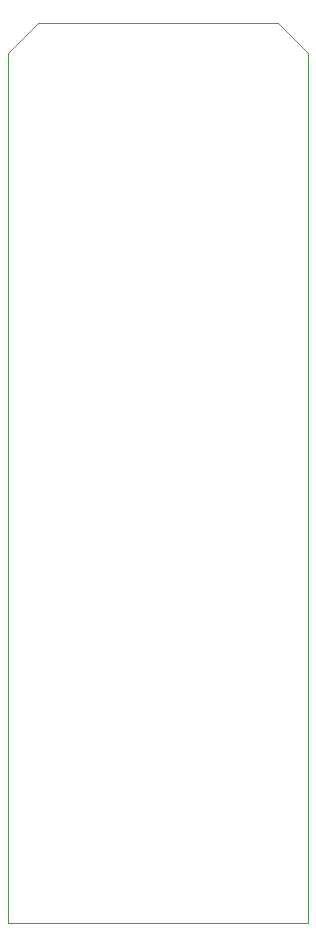
<source format=gbr>
G04 #@! TF.FileFunction,Profile,NP*
%FSLAX46Y46*%
G04 Gerber Fmt 4.6, Leading zero omitted, Abs format (unit mm)*
G04 Created by KiCad (PCBNEW 4.0.1-stable) date 5/9/2017 7:52:00 PM*
%MOMM*%
G01*
G04 APERTURE LIST*
%ADD10C,0.100000*%
G04 APERTURE END LIST*
D10*
X129540000Y-106680000D02*
X129540000Y-33020000D01*
X154940000Y-106680000D02*
X129540000Y-106680000D01*
X154940000Y-33020000D02*
X154940000Y-106680000D01*
X152400000Y-30480000D02*
X154940000Y-33020000D01*
X132080000Y-30480000D02*
X152400000Y-30480000D01*
X129540000Y-33020000D02*
X132080000Y-30480000D01*
M02*

</source>
